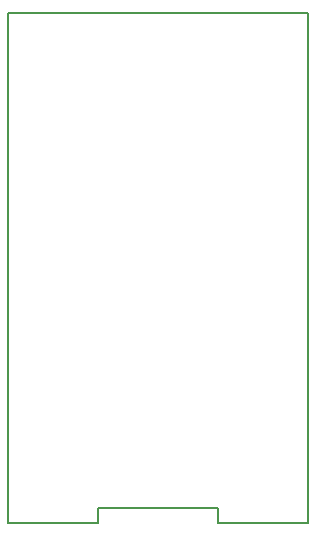
<source format=gm1>
%TF.GenerationSoftware,KiCad,Pcbnew,4.0.6*%
%TF.CreationDate,2017-10-26T23:28:33-04:00*%
%TF.ProjectId,ESP8285Lite,455350383238354C6974652E6B696361,rev?*%
%TF.FileFunction,Profile,NP*%
%FSLAX46Y46*%
G04 Gerber Fmt 4.6, Leading zero omitted, Abs format (unit mm)*
G04 Created by KiCad (PCBNEW 4.0.6) date 10/26/17 23:28:33*
%MOMM*%
%LPD*%
G01*
G04 APERTURE LIST*
%ADD10C,0.127000*%
G04 APERTURE END LIST*
D10*
X130810000Y-120650000D02*
X138430000Y-120650000D01*
X148590000Y-120650000D02*
X156210000Y-120650000D01*
X148590000Y-119380000D02*
X148590000Y-120650000D01*
X138430000Y-119380000D02*
X148590000Y-119380000D01*
X138430000Y-120650000D02*
X138430000Y-119380000D01*
X156210000Y-120650000D02*
X156210000Y-77470000D01*
X130810000Y-77470000D02*
X130810000Y-120650000D01*
X156210000Y-77470000D02*
X130810000Y-77470000D01*
M02*

</source>
